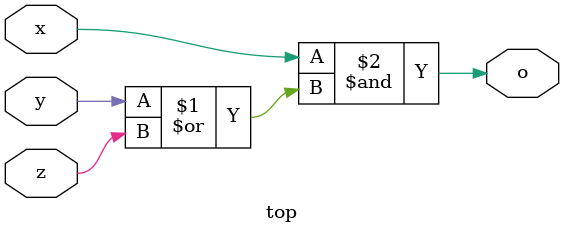
<source format=v>
module top (
    input  x,
    input  y,
    input  z,
    output o
);
assign o = x & (y | z);
endmodule

</source>
